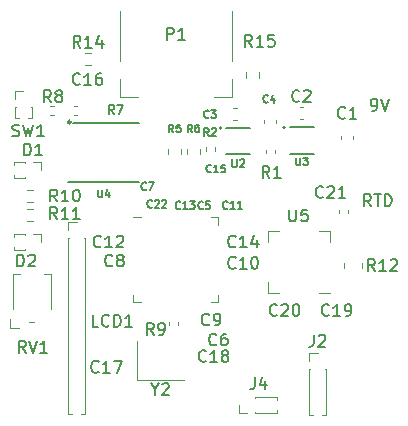
<source format=gbr>
%TF.GenerationSoftware,KiCad,Pcbnew,7.0.1*%
%TF.CreationDate,2024-01-29T14:24:06+02:00*%
%TF.ProjectId,Temp_meter_1.1,54656d70-5f6d-4657-9465-725f312e312e,rev?*%
%TF.SameCoordinates,Original*%
%TF.FileFunction,Legend,Top*%
%TF.FilePolarity,Positive*%
%FSLAX46Y46*%
G04 Gerber Fmt 4.6, Leading zero omitted, Abs format (unit mm)*
G04 Created by KiCad (PCBNEW 7.0.1) date 2024-01-29 14:24:06*
%MOMM*%
%LPD*%
G01*
G04 APERTURE LIST*
%ADD10C,0.150000*%
%ADD11C,0.120000*%
%ADD12C,0.127000*%
%ADD13C,0.250000*%
%ADD14C,0.200000*%
G04 APERTURE END LIST*
D10*
X118385714Y-52577619D02*
X118576190Y-52577619D01*
X118576190Y-52577619D02*
X118671428Y-52530000D01*
X118671428Y-52530000D02*
X118719047Y-52482380D01*
X118719047Y-52482380D02*
X118814285Y-52339523D01*
X118814285Y-52339523D02*
X118861904Y-52149047D01*
X118861904Y-52149047D02*
X118861904Y-51768095D01*
X118861904Y-51768095D02*
X118814285Y-51672857D01*
X118814285Y-51672857D02*
X118766666Y-51625238D01*
X118766666Y-51625238D02*
X118671428Y-51577619D01*
X118671428Y-51577619D02*
X118480952Y-51577619D01*
X118480952Y-51577619D02*
X118385714Y-51625238D01*
X118385714Y-51625238D02*
X118338095Y-51672857D01*
X118338095Y-51672857D02*
X118290476Y-51768095D01*
X118290476Y-51768095D02*
X118290476Y-52006190D01*
X118290476Y-52006190D02*
X118338095Y-52101428D01*
X118338095Y-52101428D02*
X118385714Y-52149047D01*
X118385714Y-52149047D02*
X118480952Y-52196666D01*
X118480952Y-52196666D02*
X118671428Y-52196666D01*
X118671428Y-52196666D02*
X118766666Y-52149047D01*
X118766666Y-52149047D02*
X118814285Y-52101428D01*
X118814285Y-52101428D02*
X118861904Y-52006190D01*
X119147619Y-51577619D02*
X119480952Y-52577619D01*
X119480952Y-52577619D02*
X119814285Y-51577619D01*
X118309523Y-60677619D02*
X117976190Y-60201428D01*
X117738095Y-60677619D02*
X117738095Y-59677619D01*
X117738095Y-59677619D02*
X118119047Y-59677619D01*
X118119047Y-59677619D02*
X118214285Y-59725238D01*
X118214285Y-59725238D02*
X118261904Y-59772857D01*
X118261904Y-59772857D02*
X118309523Y-59868095D01*
X118309523Y-59868095D02*
X118309523Y-60010952D01*
X118309523Y-60010952D02*
X118261904Y-60106190D01*
X118261904Y-60106190D02*
X118214285Y-60153809D01*
X118214285Y-60153809D02*
X118119047Y-60201428D01*
X118119047Y-60201428D02*
X117738095Y-60201428D01*
X118595238Y-59677619D02*
X119166666Y-59677619D01*
X118880952Y-60677619D02*
X118880952Y-59677619D01*
X119500000Y-60677619D02*
X119500000Y-59677619D01*
X119500000Y-59677619D02*
X119738095Y-59677619D01*
X119738095Y-59677619D02*
X119880952Y-59725238D01*
X119880952Y-59725238D02*
X119976190Y-59820476D01*
X119976190Y-59820476D02*
X120023809Y-59915714D01*
X120023809Y-59915714D02*
X120071428Y-60106190D01*
X120071428Y-60106190D02*
X120071428Y-60249047D01*
X120071428Y-60249047D02*
X120023809Y-60439523D01*
X120023809Y-60439523D02*
X119976190Y-60534761D01*
X119976190Y-60534761D02*
X119880952Y-60630000D01*
X119880952Y-60630000D02*
X119738095Y-60677619D01*
X119738095Y-60677619D02*
X119500000Y-60677619D01*
%TO.C,C3*%
X104593333Y-53135123D02*
X104562857Y-53165600D01*
X104562857Y-53165600D02*
X104471428Y-53196076D01*
X104471428Y-53196076D02*
X104410476Y-53196076D01*
X104410476Y-53196076D02*
X104319047Y-53165600D01*
X104319047Y-53165600D02*
X104258095Y-53104647D01*
X104258095Y-53104647D02*
X104227618Y-53043695D01*
X104227618Y-53043695D02*
X104197142Y-52921790D01*
X104197142Y-52921790D02*
X104197142Y-52830361D01*
X104197142Y-52830361D02*
X104227618Y-52708457D01*
X104227618Y-52708457D02*
X104258095Y-52647504D01*
X104258095Y-52647504D02*
X104319047Y-52586552D01*
X104319047Y-52586552D02*
X104410476Y-52556076D01*
X104410476Y-52556076D02*
X104471428Y-52556076D01*
X104471428Y-52556076D02*
X104562857Y-52586552D01*
X104562857Y-52586552D02*
X104593333Y-52617028D01*
X104806666Y-52556076D02*
X105202857Y-52556076D01*
X105202857Y-52556076D02*
X104989523Y-52799885D01*
X104989523Y-52799885D02*
X105080952Y-52799885D01*
X105080952Y-52799885D02*
X105141904Y-52830361D01*
X105141904Y-52830361D02*
X105172380Y-52860838D01*
X105172380Y-52860838D02*
X105202857Y-52921790D01*
X105202857Y-52921790D02*
X105202857Y-53074171D01*
X105202857Y-53074171D02*
X105172380Y-53135123D01*
X105172380Y-53135123D02*
X105141904Y-53165600D01*
X105141904Y-53165600D02*
X105080952Y-53196076D01*
X105080952Y-53196076D02*
X104898095Y-53196076D01*
X104898095Y-53196076D02*
X104837142Y-53165600D01*
X104837142Y-53165600D02*
X104806666Y-53135123D01*
%TO.C,C7*%
X99293333Y-59235123D02*
X99262857Y-59265600D01*
X99262857Y-59265600D02*
X99171428Y-59296076D01*
X99171428Y-59296076D02*
X99110476Y-59296076D01*
X99110476Y-59296076D02*
X99019047Y-59265600D01*
X99019047Y-59265600D02*
X98958095Y-59204647D01*
X98958095Y-59204647D02*
X98927618Y-59143695D01*
X98927618Y-59143695D02*
X98897142Y-59021790D01*
X98897142Y-59021790D02*
X98897142Y-58930361D01*
X98897142Y-58930361D02*
X98927618Y-58808457D01*
X98927618Y-58808457D02*
X98958095Y-58747504D01*
X98958095Y-58747504D02*
X99019047Y-58686552D01*
X99019047Y-58686552D02*
X99110476Y-58656076D01*
X99110476Y-58656076D02*
X99171428Y-58656076D01*
X99171428Y-58656076D02*
X99262857Y-58686552D01*
X99262857Y-58686552D02*
X99293333Y-58717028D01*
X99506666Y-58656076D02*
X99933333Y-58656076D01*
X99933333Y-58656076D02*
X99659047Y-59296076D01*
%TO.C,R5*%
X101593333Y-54396076D02*
X101379999Y-54091314D01*
X101227618Y-54396076D02*
X101227618Y-53756076D01*
X101227618Y-53756076D02*
X101471428Y-53756076D01*
X101471428Y-53756076D02*
X101532380Y-53786552D01*
X101532380Y-53786552D02*
X101562857Y-53817028D01*
X101562857Y-53817028D02*
X101593333Y-53877980D01*
X101593333Y-53877980D02*
X101593333Y-53969409D01*
X101593333Y-53969409D02*
X101562857Y-54030361D01*
X101562857Y-54030361D02*
X101532380Y-54060838D01*
X101532380Y-54060838D02*
X101471428Y-54091314D01*
X101471428Y-54091314D02*
X101227618Y-54091314D01*
X102172380Y-53756076D02*
X101867618Y-53756076D01*
X101867618Y-53756076D02*
X101837142Y-54060838D01*
X101837142Y-54060838D02*
X101867618Y-54030361D01*
X101867618Y-54030361D02*
X101928571Y-53999885D01*
X101928571Y-53999885D02*
X102080952Y-53999885D01*
X102080952Y-53999885D02*
X102141904Y-54030361D01*
X102141904Y-54030361D02*
X102172380Y-54060838D01*
X102172380Y-54060838D02*
X102202857Y-54121790D01*
X102202857Y-54121790D02*
X102202857Y-54274171D01*
X102202857Y-54274171D02*
X102172380Y-54335123D01*
X102172380Y-54335123D02*
X102141904Y-54365600D01*
X102141904Y-54365600D02*
X102080952Y-54396076D01*
X102080952Y-54396076D02*
X101928571Y-54396076D01*
X101928571Y-54396076D02*
X101867618Y-54365600D01*
X101867618Y-54365600D02*
X101837142Y-54335123D01*
%TO.C,R9*%
X99933333Y-71562619D02*
X99600000Y-71086428D01*
X99361905Y-71562619D02*
X99361905Y-70562619D01*
X99361905Y-70562619D02*
X99742857Y-70562619D01*
X99742857Y-70562619D02*
X99838095Y-70610238D01*
X99838095Y-70610238D02*
X99885714Y-70657857D01*
X99885714Y-70657857D02*
X99933333Y-70753095D01*
X99933333Y-70753095D02*
X99933333Y-70895952D01*
X99933333Y-70895952D02*
X99885714Y-70991190D01*
X99885714Y-70991190D02*
X99838095Y-71038809D01*
X99838095Y-71038809D02*
X99742857Y-71086428D01*
X99742857Y-71086428D02*
X99361905Y-71086428D01*
X100409524Y-71562619D02*
X100600000Y-71562619D01*
X100600000Y-71562619D02*
X100695238Y-71515000D01*
X100695238Y-71515000D02*
X100742857Y-71467380D01*
X100742857Y-71467380D02*
X100838095Y-71324523D01*
X100838095Y-71324523D02*
X100885714Y-71134047D01*
X100885714Y-71134047D02*
X100885714Y-70753095D01*
X100885714Y-70753095D02*
X100838095Y-70657857D01*
X100838095Y-70657857D02*
X100790476Y-70610238D01*
X100790476Y-70610238D02*
X100695238Y-70562619D01*
X100695238Y-70562619D02*
X100504762Y-70562619D01*
X100504762Y-70562619D02*
X100409524Y-70610238D01*
X100409524Y-70610238D02*
X100361905Y-70657857D01*
X100361905Y-70657857D02*
X100314286Y-70753095D01*
X100314286Y-70753095D02*
X100314286Y-70991190D01*
X100314286Y-70991190D02*
X100361905Y-71086428D01*
X100361905Y-71086428D02*
X100409524Y-71134047D01*
X100409524Y-71134047D02*
X100504762Y-71181666D01*
X100504762Y-71181666D02*
X100695238Y-71181666D01*
X100695238Y-71181666D02*
X100790476Y-71134047D01*
X100790476Y-71134047D02*
X100838095Y-71086428D01*
X100838095Y-71086428D02*
X100885714Y-70991190D01*
%TO.C,J2*%
X113466666Y-71562619D02*
X113466666Y-72276904D01*
X113466666Y-72276904D02*
X113419047Y-72419761D01*
X113419047Y-72419761D02*
X113323809Y-72515000D01*
X113323809Y-72515000D02*
X113180952Y-72562619D01*
X113180952Y-72562619D02*
X113085714Y-72562619D01*
X113895238Y-71657857D02*
X113942857Y-71610238D01*
X113942857Y-71610238D02*
X114038095Y-71562619D01*
X114038095Y-71562619D02*
X114276190Y-71562619D01*
X114276190Y-71562619D02*
X114371428Y-71610238D01*
X114371428Y-71610238D02*
X114419047Y-71657857D01*
X114419047Y-71657857D02*
X114466666Y-71753095D01*
X114466666Y-71753095D02*
X114466666Y-71848333D01*
X114466666Y-71848333D02*
X114419047Y-71991190D01*
X114419047Y-71991190D02*
X113847619Y-72562619D01*
X113847619Y-72562619D02*
X114466666Y-72562619D01*
%TO.C,C5*%
X104093333Y-60835123D02*
X104062857Y-60865600D01*
X104062857Y-60865600D02*
X103971428Y-60896076D01*
X103971428Y-60896076D02*
X103910476Y-60896076D01*
X103910476Y-60896076D02*
X103819047Y-60865600D01*
X103819047Y-60865600D02*
X103758095Y-60804647D01*
X103758095Y-60804647D02*
X103727618Y-60743695D01*
X103727618Y-60743695D02*
X103697142Y-60621790D01*
X103697142Y-60621790D02*
X103697142Y-60530361D01*
X103697142Y-60530361D02*
X103727618Y-60408457D01*
X103727618Y-60408457D02*
X103758095Y-60347504D01*
X103758095Y-60347504D02*
X103819047Y-60286552D01*
X103819047Y-60286552D02*
X103910476Y-60256076D01*
X103910476Y-60256076D02*
X103971428Y-60256076D01*
X103971428Y-60256076D02*
X104062857Y-60286552D01*
X104062857Y-60286552D02*
X104093333Y-60317028D01*
X104672380Y-60256076D02*
X104367618Y-60256076D01*
X104367618Y-60256076D02*
X104337142Y-60560838D01*
X104337142Y-60560838D02*
X104367618Y-60530361D01*
X104367618Y-60530361D02*
X104428571Y-60499885D01*
X104428571Y-60499885D02*
X104580952Y-60499885D01*
X104580952Y-60499885D02*
X104641904Y-60530361D01*
X104641904Y-60530361D02*
X104672380Y-60560838D01*
X104672380Y-60560838D02*
X104702857Y-60621790D01*
X104702857Y-60621790D02*
X104702857Y-60774171D01*
X104702857Y-60774171D02*
X104672380Y-60835123D01*
X104672380Y-60835123D02*
X104641904Y-60865600D01*
X104641904Y-60865600D02*
X104580952Y-60896076D01*
X104580952Y-60896076D02*
X104428571Y-60896076D01*
X104428571Y-60896076D02*
X104367618Y-60865600D01*
X104367618Y-60865600D02*
X104337142Y-60835123D01*
%TO.C,C2*%
X112258333Y-51737380D02*
X112210714Y-51785000D01*
X112210714Y-51785000D02*
X112067857Y-51832619D01*
X112067857Y-51832619D02*
X111972619Y-51832619D01*
X111972619Y-51832619D02*
X111829762Y-51785000D01*
X111829762Y-51785000D02*
X111734524Y-51689761D01*
X111734524Y-51689761D02*
X111686905Y-51594523D01*
X111686905Y-51594523D02*
X111639286Y-51404047D01*
X111639286Y-51404047D02*
X111639286Y-51261190D01*
X111639286Y-51261190D02*
X111686905Y-51070714D01*
X111686905Y-51070714D02*
X111734524Y-50975476D01*
X111734524Y-50975476D02*
X111829762Y-50880238D01*
X111829762Y-50880238D02*
X111972619Y-50832619D01*
X111972619Y-50832619D02*
X112067857Y-50832619D01*
X112067857Y-50832619D02*
X112210714Y-50880238D01*
X112210714Y-50880238D02*
X112258333Y-50927857D01*
X112639286Y-50927857D02*
X112686905Y-50880238D01*
X112686905Y-50880238D02*
X112782143Y-50832619D01*
X112782143Y-50832619D02*
X113020238Y-50832619D01*
X113020238Y-50832619D02*
X113115476Y-50880238D01*
X113115476Y-50880238D02*
X113163095Y-50927857D01*
X113163095Y-50927857D02*
X113210714Y-51023095D01*
X113210714Y-51023095D02*
X113210714Y-51118333D01*
X113210714Y-51118333D02*
X113163095Y-51261190D01*
X113163095Y-51261190D02*
X112591667Y-51832619D01*
X112591667Y-51832619D02*
X113210714Y-51832619D01*
%TO.C,C8*%
X96433333Y-65667380D02*
X96385714Y-65715000D01*
X96385714Y-65715000D02*
X96242857Y-65762619D01*
X96242857Y-65762619D02*
X96147619Y-65762619D01*
X96147619Y-65762619D02*
X96004762Y-65715000D01*
X96004762Y-65715000D02*
X95909524Y-65619761D01*
X95909524Y-65619761D02*
X95861905Y-65524523D01*
X95861905Y-65524523D02*
X95814286Y-65334047D01*
X95814286Y-65334047D02*
X95814286Y-65191190D01*
X95814286Y-65191190D02*
X95861905Y-65000714D01*
X95861905Y-65000714D02*
X95909524Y-64905476D01*
X95909524Y-64905476D02*
X96004762Y-64810238D01*
X96004762Y-64810238D02*
X96147619Y-64762619D01*
X96147619Y-64762619D02*
X96242857Y-64762619D01*
X96242857Y-64762619D02*
X96385714Y-64810238D01*
X96385714Y-64810238D02*
X96433333Y-64857857D01*
X97004762Y-65191190D02*
X96909524Y-65143571D01*
X96909524Y-65143571D02*
X96861905Y-65095952D01*
X96861905Y-65095952D02*
X96814286Y-65000714D01*
X96814286Y-65000714D02*
X96814286Y-64953095D01*
X96814286Y-64953095D02*
X96861905Y-64857857D01*
X96861905Y-64857857D02*
X96909524Y-64810238D01*
X96909524Y-64810238D02*
X97004762Y-64762619D01*
X97004762Y-64762619D02*
X97195238Y-64762619D01*
X97195238Y-64762619D02*
X97290476Y-64810238D01*
X97290476Y-64810238D02*
X97338095Y-64857857D01*
X97338095Y-64857857D02*
X97385714Y-64953095D01*
X97385714Y-64953095D02*
X97385714Y-65000714D01*
X97385714Y-65000714D02*
X97338095Y-65095952D01*
X97338095Y-65095952D02*
X97290476Y-65143571D01*
X97290476Y-65143571D02*
X97195238Y-65191190D01*
X97195238Y-65191190D02*
X97004762Y-65191190D01*
X97004762Y-65191190D02*
X96909524Y-65238809D01*
X96909524Y-65238809D02*
X96861905Y-65286428D01*
X96861905Y-65286428D02*
X96814286Y-65381666D01*
X96814286Y-65381666D02*
X96814286Y-65572142D01*
X96814286Y-65572142D02*
X96861905Y-65667380D01*
X96861905Y-65667380D02*
X96909524Y-65715000D01*
X96909524Y-65715000D02*
X97004762Y-65762619D01*
X97004762Y-65762619D02*
X97195238Y-65762619D01*
X97195238Y-65762619D02*
X97290476Y-65715000D01*
X97290476Y-65715000D02*
X97338095Y-65667380D01*
X97338095Y-65667380D02*
X97385714Y-65572142D01*
X97385714Y-65572142D02*
X97385714Y-65381666D01*
X97385714Y-65381666D02*
X97338095Y-65286428D01*
X97338095Y-65286428D02*
X97290476Y-65238809D01*
X97290476Y-65238809D02*
X97195238Y-65191190D01*
%TO.C,C15*%
X104788571Y-57735123D02*
X104758095Y-57765600D01*
X104758095Y-57765600D02*
X104666666Y-57796076D01*
X104666666Y-57796076D02*
X104605714Y-57796076D01*
X104605714Y-57796076D02*
X104514285Y-57765600D01*
X104514285Y-57765600D02*
X104453333Y-57704647D01*
X104453333Y-57704647D02*
X104422856Y-57643695D01*
X104422856Y-57643695D02*
X104392380Y-57521790D01*
X104392380Y-57521790D02*
X104392380Y-57430361D01*
X104392380Y-57430361D02*
X104422856Y-57308457D01*
X104422856Y-57308457D02*
X104453333Y-57247504D01*
X104453333Y-57247504D02*
X104514285Y-57186552D01*
X104514285Y-57186552D02*
X104605714Y-57156076D01*
X104605714Y-57156076D02*
X104666666Y-57156076D01*
X104666666Y-57156076D02*
X104758095Y-57186552D01*
X104758095Y-57186552D02*
X104788571Y-57217028D01*
X105398095Y-57796076D02*
X105032380Y-57796076D01*
X105215237Y-57796076D02*
X105215237Y-57156076D01*
X105215237Y-57156076D02*
X105154285Y-57247504D01*
X105154285Y-57247504D02*
X105093333Y-57308457D01*
X105093333Y-57308457D02*
X105032380Y-57338933D01*
X105977142Y-57156076D02*
X105672380Y-57156076D01*
X105672380Y-57156076D02*
X105641904Y-57460838D01*
X105641904Y-57460838D02*
X105672380Y-57430361D01*
X105672380Y-57430361D02*
X105733333Y-57399885D01*
X105733333Y-57399885D02*
X105885714Y-57399885D01*
X105885714Y-57399885D02*
X105946666Y-57430361D01*
X105946666Y-57430361D02*
X105977142Y-57460838D01*
X105977142Y-57460838D02*
X106007619Y-57521790D01*
X106007619Y-57521790D02*
X106007619Y-57674171D01*
X106007619Y-57674171D02*
X105977142Y-57735123D01*
X105977142Y-57735123D02*
X105946666Y-57765600D01*
X105946666Y-57765600D02*
X105885714Y-57796076D01*
X105885714Y-57796076D02*
X105733333Y-57796076D01*
X105733333Y-57796076D02*
X105672380Y-57765600D01*
X105672380Y-57765600D02*
X105641904Y-57735123D01*
%TO.C,R11*%
X91757142Y-61762619D02*
X91423809Y-61286428D01*
X91185714Y-61762619D02*
X91185714Y-60762619D01*
X91185714Y-60762619D02*
X91566666Y-60762619D01*
X91566666Y-60762619D02*
X91661904Y-60810238D01*
X91661904Y-60810238D02*
X91709523Y-60857857D01*
X91709523Y-60857857D02*
X91757142Y-60953095D01*
X91757142Y-60953095D02*
X91757142Y-61095952D01*
X91757142Y-61095952D02*
X91709523Y-61191190D01*
X91709523Y-61191190D02*
X91661904Y-61238809D01*
X91661904Y-61238809D02*
X91566666Y-61286428D01*
X91566666Y-61286428D02*
X91185714Y-61286428D01*
X92709523Y-61762619D02*
X92138095Y-61762619D01*
X92423809Y-61762619D02*
X92423809Y-60762619D01*
X92423809Y-60762619D02*
X92328571Y-60905476D01*
X92328571Y-60905476D02*
X92233333Y-61000714D01*
X92233333Y-61000714D02*
X92138095Y-61048333D01*
X93661904Y-61762619D02*
X93090476Y-61762619D01*
X93376190Y-61762619D02*
X93376190Y-60762619D01*
X93376190Y-60762619D02*
X93280952Y-60905476D01*
X93280952Y-60905476D02*
X93185714Y-61000714D01*
X93185714Y-61000714D02*
X93090476Y-61048333D01*
%TO.C,D1*%
X88961905Y-56362619D02*
X88961905Y-55362619D01*
X88961905Y-55362619D02*
X89200000Y-55362619D01*
X89200000Y-55362619D02*
X89342857Y-55410238D01*
X89342857Y-55410238D02*
X89438095Y-55505476D01*
X89438095Y-55505476D02*
X89485714Y-55600714D01*
X89485714Y-55600714D02*
X89533333Y-55791190D01*
X89533333Y-55791190D02*
X89533333Y-55934047D01*
X89533333Y-55934047D02*
X89485714Y-56124523D01*
X89485714Y-56124523D02*
X89438095Y-56219761D01*
X89438095Y-56219761D02*
X89342857Y-56315000D01*
X89342857Y-56315000D02*
X89200000Y-56362619D01*
X89200000Y-56362619D02*
X88961905Y-56362619D01*
X90485714Y-56362619D02*
X89914286Y-56362619D01*
X90200000Y-56362619D02*
X90200000Y-55362619D01*
X90200000Y-55362619D02*
X90104762Y-55505476D01*
X90104762Y-55505476D02*
X90009524Y-55600714D01*
X90009524Y-55600714D02*
X89914286Y-55648333D01*
%TO.C,R14*%
X93732142Y-47232619D02*
X93398809Y-46756428D01*
X93160714Y-47232619D02*
X93160714Y-46232619D01*
X93160714Y-46232619D02*
X93541666Y-46232619D01*
X93541666Y-46232619D02*
X93636904Y-46280238D01*
X93636904Y-46280238D02*
X93684523Y-46327857D01*
X93684523Y-46327857D02*
X93732142Y-46423095D01*
X93732142Y-46423095D02*
X93732142Y-46565952D01*
X93732142Y-46565952D02*
X93684523Y-46661190D01*
X93684523Y-46661190D02*
X93636904Y-46708809D01*
X93636904Y-46708809D02*
X93541666Y-46756428D01*
X93541666Y-46756428D02*
X93160714Y-46756428D01*
X94684523Y-47232619D02*
X94113095Y-47232619D01*
X94398809Y-47232619D02*
X94398809Y-46232619D01*
X94398809Y-46232619D02*
X94303571Y-46375476D01*
X94303571Y-46375476D02*
X94208333Y-46470714D01*
X94208333Y-46470714D02*
X94113095Y-46518333D01*
X95541666Y-46565952D02*
X95541666Y-47232619D01*
X95303571Y-46185000D02*
X95065476Y-46899285D01*
X95065476Y-46899285D02*
X95684523Y-46899285D01*
%TO.C,R7*%
X96566667Y-52870095D02*
X96300000Y-52489142D01*
X96109524Y-52870095D02*
X96109524Y-52070095D01*
X96109524Y-52070095D02*
X96414286Y-52070095D01*
X96414286Y-52070095D02*
X96490476Y-52108190D01*
X96490476Y-52108190D02*
X96528571Y-52146285D01*
X96528571Y-52146285D02*
X96566667Y-52222476D01*
X96566667Y-52222476D02*
X96566667Y-52336761D01*
X96566667Y-52336761D02*
X96528571Y-52412952D01*
X96528571Y-52412952D02*
X96490476Y-52451047D01*
X96490476Y-52451047D02*
X96414286Y-52489142D01*
X96414286Y-52489142D02*
X96109524Y-52489142D01*
X96833333Y-52070095D02*
X97366667Y-52070095D01*
X97366667Y-52070095D02*
X97023809Y-52870095D01*
%TO.C,R15*%
X108257142Y-47162619D02*
X107923809Y-46686428D01*
X107685714Y-47162619D02*
X107685714Y-46162619D01*
X107685714Y-46162619D02*
X108066666Y-46162619D01*
X108066666Y-46162619D02*
X108161904Y-46210238D01*
X108161904Y-46210238D02*
X108209523Y-46257857D01*
X108209523Y-46257857D02*
X108257142Y-46353095D01*
X108257142Y-46353095D02*
X108257142Y-46495952D01*
X108257142Y-46495952D02*
X108209523Y-46591190D01*
X108209523Y-46591190D02*
X108161904Y-46638809D01*
X108161904Y-46638809D02*
X108066666Y-46686428D01*
X108066666Y-46686428D02*
X107685714Y-46686428D01*
X109209523Y-47162619D02*
X108638095Y-47162619D01*
X108923809Y-47162619D02*
X108923809Y-46162619D01*
X108923809Y-46162619D02*
X108828571Y-46305476D01*
X108828571Y-46305476D02*
X108733333Y-46400714D01*
X108733333Y-46400714D02*
X108638095Y-46448333D01*
X110114285Y-46162619D02*
X109638095Y-46162619D01*
X109638095Y-46162619D02*
X109590476Y-46638809D01*
X109590476Y-46638809D02*
X109638095Y-46591190D01*
X109638095Y-46591190D02*
X109733333Y-46543571D01*
X109733333Y-46543571D02*
X109971428Y-46543571D01*
X109971428Y-46543571D02*
X110066666Y-46591190D01*
X110066666Y-46591190D02*
X110114285Y-46638809D01*
X110114285Y-46638809D02*
X110161904Y-46734047D01*
X110161904Y-46734047D02*
X110161904Y-46972142D01*
X110161904Y-46972142D02*
X110114285Y-47067380D01*
X110114285Y-47067380D02*
X110066666Y-47115000D01*
X110066666Y-47115000D02*
X109971428Y-47162619D01*
X109971428Y-47162619D02*
X109733333Y-47162619D01*
X109733333Y-47162619D02*
X109638095Y-47115000D01*
X109638095Y-47115000D02*
X109590476Y-47067380D01*
%TO.C,C1*%
X116133333Y-53167380D02*
X116085714Y-53215000D01*
X116085714Y-53215000D02*
X115942857Y-53262619D01*
X115942857Y-53262619D02*
X115847619Y-53262619D01*
X115847619Y-53262619D02*
X115704762Y-53215000D01*
X115704762Y-53215000D02*
X115609524Y-53119761D01*
X115609524Y-53119761D02*
X115561905Y-53024523D01*
X115561905Y-53024523D02*
X115514286Y-52834047D01*
X115514286Y-52834047D02*
X115514286Y-52691190D01*
X115514286Y-52691190D02*
X115561905Y-52500714D01*
X115561905Y-52500714D02*
X115609524Y-52405476D01*
X115609524Y-52405476D02*
X115704762Y-52310238D01*
X115704762Y-52310238D02*
X115847619Y-52262619D01*
X115847619Y-52262619D02*
X115942857Y-52262619D01*
X115942857Y-52262619D02*
X116085714Y-52310238D01*
X116085714Y-52310238D02*
X116133333Y-52357857D01*
X117085714Y-53262619D02*
X116514286Y-53262619D01*
X116800000Y-53262619D02*
X116800000Y-52262619D01*
X116800000Y-52262619D02*
X116704762Y-52405476D01*
X116704762Y-52405476D02*
X116609524Y-52500714D01*
X116609524Y-52500714D02*
X116514286Y-52548333D01*
%TO.C,C17*%
X95257142Y-74667380D02*
X95209523Y-74715000D01*
X95209523Y-74715000D02*
X95066666Y-74762619D01*
X95066666Y-74762619D02*
X94971428Y-74762619D01*
X94971428Y-74762619D02*
X94828571Y-74715000D01*
X94828571Y-74715000D02*
X94733333Y-74619761D01*
X94733333Y-74619761D02*
X94685714Y-74524523D01*
X94685714Y-74524523D02*
X94638095Y-74334047D01*
X94638095Y-74334047D02*
X94638095Y-74191190D01*
X94638095Y-74191190D02*
X94685714Y-74000714D01*
X94685714Y-74000714D02*
X94733333Y-73905476D01*
X94733333Y-73905476D02*
X94828571Y-73810238D01*
X94828571Y-73810238D02*
X94971428Y-73762619D01*
X94971428Y-73762619D02*
X95066666Y-73762619D01*
X95066666Y-73762619D02*
X95209523Y-73810238D01*
X95209523Y-73810238D02*
X95257142Y-73857857D01*
X96209523Y-74762619D02*
X95638095Y-74762619D01*
X95923809Y-74762619D02*
X95923809Y-73762619D01*
X95923809Y-73762619D02*
X95828571Y-73905476D01*
X95828571Y-73905476D02*
X95733333Y-74000714D01*
X95733333Y-74000714D02*
X95638095Y-74048333D01*
X96542857Y-73762619D02*
X97209523Y-73762619D01*
X97209523Y-73762619D02*
X96780952Y-74762619D01*
%TO.C,U5*%
X111410595Y-60962619D02*
X111410595Y-61772142D01*
X111410595Y-61772142D02*
X111458214Y-61867380D01*
X111458214Y-61867380D02*
X111505833Y-61915000D01*
X111505833Y-61915000D02*
X111601071Y-61962619D01*
X111601071Y-61962619D02*
X111791547Y-61962619D01*
X111791547Y-61962619D02*
X111886785Y-61915000D01*
X111886785Y-61915000D02*
X111934404Y-61867380D01*
X111934404Y-61867380D02*
X111982023Y-61772142D01*
X111982023Y-61772142D02*
X111982023Y-60962619D01*
X112934404Y-60962619D02*
X112458214Y-60962619D01*
X112458214Y-60962619D02*
X112410595Y-61438809D01*
X112410595Y-61438809D02*
X112458214Y-61391190D01*
X112458214Y-61391190D02*
X112553452Y-61343571D01*
X112553452Y-61343571D02*
X112791547Y-61343571D01*
X112791547Y-61343571D02*
X112886785Y-61391190D01*
X112886785Y-61391190D02*
X112934404Y-61438809D01*
X112934404Y-61438809D02*
X112982023Y-61534047D01*
X112982023Y-61534047D02*
X112982023Y-61772142D01*
X112982023Y-61772142D02*
X112934404Y-61867380D01*
X112934404Y-61867380D02*
X112886785Y-61915000D01*
X112886785Y-61915000D02*
X112791547Y-61962619D01*
X112791547Y-61962619D02*
X112553452Y-61962619D01*
X112553452Y-61962619D02*
X112458214Y-61915000D01*
X112458214Y-61915000D02*
X112410595Y-61867380D01*
%TO.C,C20*%
X110357142Y-69867380D02*
X110309523Y-69915000D01*
X110309523Y-69915000D02*
X110166666Y-69962619D01*
X110166666Y-69962619D02*
X110071428Y-69962619D01*
X110071428Y-69962619D02*
X109928571Y-69915000D01*
X109928571Y-69915000D02*
X109833333Y-69819761D01*
X109833333Y-69819761D02*
X109785714Y-69724523D01*
X109785714Y-69724523D02*
X109738095Y-69534047D01*
X109738095Y-69534047D02*
X109738095Y-69391190D01*
X109738095Y-69391190D02*
X109785714Y-69200714D01*
X109785714Y-69200714D02*
X109833333Y-69105476D01*
X109833333Y-69105476D02*
X109928571Y-69010238D01*
X109928571Y-69010238D02*
X110071428Y-68962619D01*
X110071428Y-68962619D02*
X110166666Y-68962619D01*
X110166666Y-68962619D02*
X110309523Y-69010238D01*
X110309523Y-69010238D02*
X110357142Y-69057857D01*
X110738095Y-69057857D02*
X110785714Y-69010238D01*
X110785714Y-69010238D02*
X110880952Y-68962619D01*
X110880952Y-68962619D02*
X111119047Y-68962619D01*
X111119047Y-68962619D02*
X111214285Y-69010238D01*
X111214285Y-69010238D02*
X111261904Y-69057857D01*
X111261904Y-69057857D02*
X111309523Y-69153095D01*
X111309523Y-69153095D02*
X111309523Y-69248333D01*
X111309523Y-69248333D02*
X111261904Y-69391190D01*
X111261904Y-69391190D02*
X110690476Y-69962619D01*
X110690476Y-69962619D02*
X111309523Y-69962619D01*
X111928571Y-68962619D02*
X112023809Y-68962619D01*
X112023809Y-68962619D02*
X112119047Y-69010238D01*
X112119047Y-69010238D02*
X112166666Y-69057857D01*
X112166666Y-69057857D02*
X112214285Y-69153095D01*
X112214285Y-69153095D02*
X112261904Y-69343571D01*
X112261904Y-69343571D02*
X112261904Y-69581666D01*
X112261904Y-69581666D02*
X112214285Y-69772142D01*
X112214285Y-69772142D02*
X112166666Y-69867380D01*
X112166666Y-69867380D02*
X112119047Y-69915000D01*
X112119047Y-69915000D02*
X112023809Y-69962619D01*
X112023809Y-69962619D02*
X111928571Y-69962619D01*
X111928571Y-69962619D02*
X111833333Y-69915000D01*
X111833333Y-69915000D02*
X111785714Y-69867380D01*
X111785714Y-69867380D02*
X111738095Y-69772142D01*
X111738095Y-69772142D02*
X111690476Y-69581666D01*
X111690476Y-69581666D02*
X111690476Y-69343571D01*
X111690476Y-69343571D02*
X111738095Y-69153095D01*
X111738095Y-69153095D02*
X111785714Y-69057857D01*
X111785714Y-69057857D02*
X111833333Y-69010238D01*
X111833333Y-69010238D02*
X111928571Y-68962619D01*
%TO.C,C13*%
X102188571Y-60835123D02*
X102158095Y-60865600D01*
X102158095Y-60865600D02*
X102066666Y-60896076D01*
X102066666Y-60896076D02*
X102005714Y-60896076D01*
X102005714Y-60896076D02*
X101914285Y-60865600D01*
X101914285Y-60865600D02*
X101853333Y-60804647D01*
X101853333Y-60804647D02*
X101822856Y-60743695D01*
X101822856Y-60743695D02*
X101792380Y-60621790D01*
X101792380Y-60621790D02*
X101792380Y-60530361D01*
X101792380Y-60530361D02*
X101822856Y-60408457D01*
X101822856Y-60408457D02*
X101853333Y-60347504D01*
X101853333Y-60347504D02*
X101914285Y-60286552D01*
X101914285Y-60286552D02*
X102005714Y-60256076D01*
X102005714Y-60256076D02*
X102066666Y-60256076D01*
X102066666Y-60256076D02*
X102158095Y-60286552D01*
X102158095Y-60286552D02*
X102188571Y-60317028D01*
X102798095Y-60896076D02*
X102432380Y-60896076D01*
X102615237Y-60896076D02*
X102615237Y-60256076D01*
X102615237Y-60256076D02*
X102554285Y-60347504D01*
X102554285Y-60347504D02*
X102493333Y-60408457D01*
X102493333Y-60408457D02*
X102432380Y-60438933D01*
X103011428Y-60256076D02*
X103407619Y-60256076D01*
X103407619Y-60256076D02*
X103194285Y-60499885D01*
X103194285Y-60499885D02*
X103285714Y-60499885D01*
X103285714Y-60499885D02*
X103346666Y-60530361D01*
X103346666Y-60530361D02*
X103377142Y-60560838D01*
X103377142Y-60560838D02*
X103407619Y-60621790D01*
X103407619Y-60621790D02*
X103407619Y-60774171D01*
X103407619Y-60774171D02*
X103377142Y-60835123D01*
X103377142Y-60835123D02*
X103346666Y-60865600D01*
X103346666Y-60865600D02*
X103285714Y-60896076D01*
X103285714Y-60896076D02*
X103102857Y-60896076D01*
X103102857Y-60896076D02*
X103041904Y-60865600D01*
X103041904Y-60865600D02*
X103011428Y-60835123D01*
%TO.C,C22*%
X99788571Y-60735123D02*
X99758095Y-60765600D01*
X99758095Y-60765600D02*
X99666666Y-60796076D01*
X99666666Y-60796076D02*
X99605714Y-60796076D01*
X99605714Y-60796076D02*
X99514285Y-60765600D01*
X99514285Y-60765600D02*
X99453333Y-60704647D01*
X99453333Y-60704647D02*
X99422856Y-60643695D01*
X99422856Y-60643695D02*
X99392380Y-60521790D01*
X99392380Y-60521790D02*
X99392380Y-60430361D01*
X99392380Y-60430361D02*
X99422856Y-60308457D01*
X99422856Y-60308457D02*
X99453333Y-60247504D01*
X99453333Y-60247504D02*
X99514285Y-60186552D01*
X99514285Y-60186552D02*
X99605714Y-60156076D01*
X99605714Y-60156076D02*
X99666666Y-60156076D01*
X99666666Y-60156076D02*
X99758095Y-60186552D01*
X99758095Y-60186552D02*
X99788571Y-60217028D01*
X100032380Y-60217028D02*
X100062856Y-60186552D01*
X100062856Y-60186552D02*
X100123809Y-60156076D01*
X100123809Y-60156076D02*
X100276190Y-60156076D01*
X100276190Y-60156076D02*
X100337142Y-60186552D01*
X100337142Y-60186552D02*
X100367618Y-60217028D01*
X100367618Y-60217028D02*
X100398095Y-60277980D01*
X100398095Y-60277980D02*
X100398095Y-60338933D01*
X100398095Y-60338933D02*
X100367618Y-60430361D01*
X100367618Y-60430361D02*
X100001904Y-60796076D01*
X100001904Y-60796076D02*
X100398095Y-60796076D01*
X100641904Y-60217028D02*
X100672380Y-60186552D01*
X100672380Y-60186552D02*
X100733333Y-60156076D01*
X100733333Y-60156076D02*
X100885714Y-60156076D01*
X100885714Y-60156076D02*
X100946666Y-60186552D01*
X100946666Y-60186552D02*
X100977142Y-60217028D01*
X100977142Y-60217028D02*
X101007619Y-60277980D01*
X101007619Y-60277980D02*
X101007619Y-60338933D01*
X101007619Y-60338933D02*
X100977142Y-60430361D01*
X100977142Y-60430361D02*
X100611428Y-60796076D01*
X100611428Y-60796076D02*
X101007619Y-60796076D01*
%TO.C,R1*%
X109733333Y-58262619D02*
X109400000Y-57786428D01*
X109161905Y-58262619D02*
X109161905Y-57262619D01*
X109161905Y-57262619D02*
X109542857Y-57262619D01*
X109542857Y-57262619D02*
X109638095Y-57310238D01*
X109638095Y-57310238D02*
X109685714Y-57357857D01*
X109685714Y-57357857D02*
X109733333Y-57453095D01*
X109733333Y-57453095D02*
X109733333Y-57595952D01*
X109733333Y-57595952D02*
X109685714Y-57691190D01*
X109685714Y-57691190D02*
X109638095Y-57738809D01*
X109638095Y-57738809D02*
X109542857Y-57786428D01*
X109542857Y-57786428D02*
X109161905Y-57786428D01*
X110685714Y-58262619D02*
X110114286Y-58262619D01*
X110400000Y-58262619D02*
X110400000Y-57262619D01*
X110400000Y-57262619D02*
X110304762Y-57405476D01*
X110304762Y-57405476D02*
X110209524Y-57500714D01*
X110209524Y-57500714D02*
X110114286Y-57548333D01*
%TO.C,U4*%
X95212380Y-59256076D02*
X95212380Y-59774171D01*
X95212380Y-59774171D02*
X95242857Y-59835123D01*
X95242857Y-59835123D02*
X95273333Y-59865600D01*
X95273333Y-59865600D02*
X95334285Y-59896076D01*
X95334285Y-59896076D02*
X95456190Y-59896076D01*
X95456190Y-59896076D02*
X95517142Y-59865600D01*
X95517142Y-59865600D02*
X95547619Y-59835123D01*
X95547619Y-59835123D02*
X95578095Y-59774171D01*
X95578095Y-59774171D02*
X95578095Y-59256076D01*
X96157142Y-59469409D02*
X96157142Y-59896076D01*
X96004761Y-59225600D02*
X95852380Y-59682742D01*
X95852380Y-59682742D02*
X96248571Y-59682742D01*
%TO.C,C4*%
X109593333Y-51835123D02*
X109562857Y-51865600D01*
X109562857Y-51865600D02*
X109471428Y-51896076D01*
X109471428Y-51896076D02*
X109410476Y-51896076D01*
X109410476Y-51896076D02*
X109319047Y-51865600D01*
X109319047Y-51865600D02*
X109258095Y-51804647D01*
X109258095Y-51804647D02*
X109227618Y-51743695D01*
X109227618Y-51743695D02*
X109197142Y-51621790D01*
X109197142Y-51621790D02*
X109197142Y-51530361D01*
X109197142Y-51530361D02*
X109227618Y-51408457D01*
X109227618Y-51408457D02*
X109258095Y-51347504D01*
X109258095Y-51347504D02*
X109319047Y-51286552D01*
X109319047Y-51286552D02*
X109410476Y-51256076D01*
X109410476Y-51256076D02*
X109471428Y-51256076D01*
X109471428Y-51256076D02*
X109562857Y-51286552D01*
X109562857Y-51286552D02*
X109593333Y-51317028D01*
X110141904Y-51469409D02*
X110141904Y-51896076D01*
X109989523Y-51225600D02*
X109837142Y-51682742D01*
X109837142Y-51682742D02*
X110233333Y-51682742D01*
%TO.C,LCD1*%
X95233333Y-70862619D02*
X94757143Y-70862619D01*
X94757143Y-70862619D02*
X94757143Y-69862619D01*
X96138095Y-70767380D02*
X96090476Y-70815000D01*
X96090476Y-70815000D02*
X95947619Y-70862619D01*
X95947619Y-70862619D02*
X95852381Y-70862619D01*
X95852381Y-70862619D02*
X95709524Y-70815000D01*
X95709524Y-70815000D02*
X95614286Y-70719761D01*
X95614286Y-70719761D02*
X95566667Y-70624523D01*
X95566667Y-70624523D02*
X95519048Y-70434047D01*
X95519048Y-70434047D02*
X95519048Y-70291190D01*
X95519048Y-70291190D02*
X95566667Y-70100714D01*
X95566667Y-70100714D02*
X95614286Y-70005476D01*
X95614286Y-70005476D02*
X95709524Y-69910238D01*
X95709524Y-69910238D02*
X95852381Y-69862619D01*
X95852381Y-69862619D02*
X95947619Y-69862619D01*
X95947619Y-69862619D02*
X96090476Y-69910238D01*
X96090476Y-69910238D02*
X96138095Y-69957857D01*
X96566667Y-70862619D02*
X96566667Y-69862619D01*
X96566667Y-69862619D02*
X96804762Y-69862619D01*
X96804762Y-69862619D02*
X96947619Y-69910238D01*
X96947619Y-69910238D02*
X97042857Y-70005476D01*
X97042857Y-70005476D02*
X97090476Y-70100714D01*
X97090476Y-70100714D02*
X97138095Y-70291190D01*
X97138095Y-70291190D02*
X97138095Y-70434047D01*
X97138095Y-70434047D02*
X97090476Y-70624523D01*
X97090476Y-70624523D02*
X97042857Y-70719761D01*
X97042857Y-70719761D02*
X96947619Y-70815000D01*
X96947619Y-70815000D02*
X96804762Y-70862619D01*
X96804762Y-70862619D02*
X96566667Y-70862619D01*
X98090476Y-70862619D02*
X97519048Y-70862619D01*
X97804762Y-70862619D02*
X97804762Y-69862619D01*
X97804762Y-69862619D02*
X97709524Y-70005476D01*
X97709524Y-70005476D02*
X97614286Y-70100714D01*
X97614286Y-70100714D02*
X97519048Y-70148333D01*
%TO.C,C11*%
X106188571Y-60835123D02*
X106158095Y-60865600D01*
X106158095Y-60865600D02*
X106066666Y-60896076D01*
X106066666Y-60896076D02*
X106005714Y-60896076D01*
X106005714Y-60896076D02*
X105914285Y-60865600D01*
X105914285Y-60865600D02*
X105853333Y-60804647D01*
X105853333Y-60804647D02*
X105822856Y-60743695D01*
X105822856Y-60743695D02*
X105792380Y-60621790D01*
X105792380Y-60621790D02*
X105792380Y-60530361D01*
X105792380Y-60530361D02*
X105822856Y-60408457D01*
X105822856Y-60408457D02*
X105853333Y-60347504D01*
X105853333Y-60347504D02*
X105914285Y-60286552D01*
X105914285Y-60286552D02*
X106005714Y-60256076D01*
X106005714Y-60256076D02*
X106066666Y-60256076D01*
X106066666Y-60256076D02*
X106158095Y-60286552D01*
X106158095Y-60286552D02*
X106188571Y-60317028D01*
X106798095Y-60896076D02*
X106432380Y-60896076D01*
X106615237Y-60896076D02*
X106615237Y-60256076D01*
X106615237Y-60256076D02*
X106554285Y-60347504D01*
X106554285Y-60347504D02*
X106493333Y-60408457D01*
X106493333Y-60408457D02*
X106432380Y-60438933D01*
X107407619Y-60896076D02*
X107041904Y-60896076D01*
X107224761Y-60896076D02*
X107224761Y-60256076D01*
X107224761Y-60256076D02*
X107163809Y-60347504D01*
X107163809Y-60347504D02*
X107102857Y-60408457D01*
X107102857Y-60408457D02*
X107041904Y-60438933D01*
%TO.C,R12*%
X118657142Y-66162619D02*
X118323809Y-65686428D01*
X118085714Y-66162619D02*
X118085714Y-65162619D01*
X118085714Y-65162619D02*
X118466666Y-65162619D01*
X118466666Y-65162619D02*
X118561904Y-65210238D01*
X118561904Y-65210238D02*
X118609523Y-65257857D01*
X118609523Y-65257857D02*
X118657142Y-65353095D01*
X118657142Y-65353095D02*
X118657142Y-65495952D01*
X118657142Y-65495952D02*
X118609523Y-65591190D01*
X118609523Y-65591190D02*
X118561904Y-65638809D01*
X118561904Y-65638809D02*
X118466666Y-65686428D01*
X118466666Y-65686428D02*
X118085714Y-65686428D01*
X119609523Y-66162619D02*
X119038095Y-66162619D01*
X119323809Y-66162619D02*
X119323809Y-65162619D01*
X119323809Y-65162619D02*
X119228571Y-65305476D01*
X119228571Y-65305476D02*
X119133333Y-65400714D01*
X119133333Y-65400714D02*
X119038095Y-65448333D01*
X119990476Y-65257857D02*
X120038095Y-65210238D01*
X120038095Y-65210238D02*
X120133333Y-65162619D01*
X120133333Y-65162619D02*
X120371428Y-65162619D01*
X120371428Y-65162619D02*
X120466666Y-65210238D01*
X120466666Y-65210238D02*
X120514285Y-65257857D01*
X120514285Y-65257857D02*
X120561904Y-65353095D01*
X120561904Y-65353095D02*
X120561904Y-65448333D01*
X120561904Y-65448333D02*
X120514285Y-65591190D01*
X120514285Y-65591190D02*
X119942857Y-66162619D01*
X119942857Y-66162619D02*
X120561904Y-66162619D01*
%TO.C,C10*%
X106857142Y-65867380D02*
X106809523Y-65915000D01*
X106809523Y-65915000D02*
X106666666Y-65962619D01*
X106666666Y-65962619D02*
X106571428Y-65962619D01*
X106571428Y-65962619D02*
X106428571Y-65915000D01*
X106428571Y-65915000D02*
X106333333Y-65819761D01*
X106333333Y-65819761D02*
X106285714Y-65724523D01*
X106285714Y-65724523D02*
X106238095Y-65534047D01*
X106238095Y-65534047D02*
X106238095Y-65391190D01*
X106238095Y-65391190D02*
X106285714Y-65200714D01*
X106285714Y-65200714D02*
X106333333Y-65105476D01*
X106333333Y-65105476D02*
X106428571Y-65010238D01*
X106428571Y-65010238D02*
X106571428Y-64962619D01*
X106571428Y-64962619D02*
X106666666Y-64962619D01*
X106666666Y-64962619D02*
X106809523Y-65010238D01*
X106809523Y-65010238D02*
X106857142Y-65057857D01*
X107809523Y-65962619D02*
X107238095Y-65962619D01*
X107523809Y-65962619D02*
X107523809Y-64962619D01*
X107523809Y-64962619D02*
X107428571Y-65105476D01*
X107428571Y-65105476D02*
X107333333Y-65200714D01*
X107333333Y-65200714D02*
X107238095Y-65248333D01*
X108428571Y-64962619D02*
X108523809Y-64962619D01*
X108523809Y-64962619D02*
X108619047Y-65010238D01*
X108619047Y-65010238D02*
X108666666Y-65057857D01*
X108666666Y-65057857D02*
X108714285Y-65153095D01*
X108714285Y-65153095D02*
X108761904Y-65343571D01*
X108761904Y-65343571D02*
X108761904Y-65581666D01*
X108761904Y-65581666D02*
X108714285Y-65772142D01*
X108714285Y-65772142D02*
X108666666Y-65867380D01*
X108666666Y-65867380D02*
X108619047Y-65915000D01*
X108619047Y-65915000D02*
X108523809Y-65962619D01*
X108523809Y-65962619D02*
X108428571Y-65962619D01*
X108428571Y-65962619D02*
X108333333Y-65915000D01*
X108333333Y-65915000D02*
X108285714Y-65867380D01*
X108285714Y-65867380D02*
X108238095Y-65772142D01*
X108238095Y-65772142D02*
X108190476Y-65581666D01*
X108190476Y-65581666D02*
X108190476Y-65343571D01*
X108190476Y-65343571D02*
X108238095Y-65153095D01*
X108238095Y-65153095D02*
X108285714Y-65057857D01*
X108285714Y-65057857D02*
X108333333Y-65010238D01*
X108333333Y-65010238D02*
X108428571Y-64962619D01*
%TO.C,P1*%
X101061905Y-46562619D02*
X101061905Y-45562619D01*
X101061905Y-45562619D02*
X101442857Y-45562619D01*
X101442857Y-45562619D02*
X101538095Y-45610238D01*
X101538095Y-45610238D02*
X101585714Y-45657857D01*
X101585714Y-45657857D02*
X101633333Y-45753095D01*
X101633333Y-45753095D02*
X101633333Y-45895952D01*
X101633333Y-45895952D02*
X101585714Y-45991190D01*
X101585714Y-45991190D02*
X101538095Y-46038809D01*
X101538095Y-46038809D02*
X101442857Y-46086428D01*
X101442857Y-46086428D02*
X101061905Y-46086428D01*
X102585714Y-46562619D02*
X102014286Y-46562619D01*
X102300000Y-46562619D02*
X102300000Y-45562619D01*
X102300000Y-45562619D02*
X102204762Y-45705476D01*
X102204762Y-45705476D02*
X102109524Y-45800714D01*
X102109524Y-45800714D02*
X102014286Y-45848333D01*
%TO.C,Y2*%
X100023809Y-76186428D02*
X100023809Y-76662619D01*
X99690476Y-75662619D02*
X100023809Y-76186428D01*
X100023809Y-76186428D02*
X100357142Y-75662619D01*
X100642857Y-75757857D02*
X100690476Y-75710238D01*
X100690476Y-75710238D02*
X100785714Y-75662619D01*
X100785714Y-75662619D02*
X101023809Y-75662619D01*
X101023809Y-75662619D02*
X101119047Y-75710238D01*
X101119047Y-75710238D02*
X101166666Y-75757857D01*
X101166666Y-75757857D02*
X101214285Y-75853095D01*
X101214285Y-75853095D02*
X101214285Y-75948333D01*
X101214285Y-75948333D02*
X101166666Y-76091190D01*
X101166666Y-76091190D02*
X100595238Y-76662619D01*
X100595238Y-76662619D02*
X101214285Y-76662619D01*
%TO.C,SW1*%
X87966667Y-54715000D02*
X88109524Y-54762619D01*
X88109524Y-54762619D02*
X88347619Y-54762619D01*
X88347619Y-54762619D02*
X88442857Y-54715000D01*
X88442857Y-54715000D02*
X88490476Y-54667380D01*
X88490476Y-54667380D02*
X88538095Y-54572142D01*
X88538095Y-54572142D02*
X88538095Y-54476904D01*
X88538095Y-54476904D02*
X88490476Y-54381666D01*
X88490476Y-54381666D02*
X88442857Y-54334047D01*
X88442857Y-54334047D02*
X88347619Y-54286428D01*
X88347619Y-54286428D02*
X88157143Y-54238809D01*
X88157143Y-54238809D02*
X88061905Y-54191190D01*
X88061905Y-54191190D02*
X88014286Y-54143571D01*
X88014286Y-54143571D02*
X87966667Y-54048333D01*
X87966667Y-54048333D02*
X87966667Y-53953095D01*
X87966667Y-53953095D02*
X88014286Y-53857857D01*
X88014286Y-53857857D02*
X88061905Y-53810238D01*
X88061905Y-53810238D02*
X88157143Y-53762619D01*
X88157143Y-53762619D02*
X88395238Y-53762619D01*
X88395238Y-53762619D02*
X88538095Y-53810238D01*
X88871429Y-53762619D02*
X89109524Y-54762619D01*
X89109524Y-54762619D02*
X89300000Y-54048333D01*
X89300000Y-54048333D02*
X89490476Y-54762619D01*
X89490476Y-54762619D02*
X89728572Y-53762619D01*
X90633333Y-54762619D02*
X90061905Y-54762619D01*
X90347619Y-54762619D02*
X90347619Y-53762619D01*
X90347619Y-53762619D02*
X90252381Y-53905476D01*
X90252381Y-53905476D02*
X90157143Y-54000714D01*
X90157143Y-54000714D02*
X90061905Y-54048333D01*
%TO.C,C16*%
X93677142Y-50317380D02*
X93629523Y-50365000D01*
X93629523Y-50365000D02*
X93486666Y-50412619D01*
X93486666Y-50412619D02*
X93391428Y-50412619D01*
X93391428Y-50412619D02*
X93248571Y-50365000D01*
X93248571Y-50365000D02*
X93153333Y-50269761D01*
X93153333Y-50269761D02*
X93105714Y-50174523D01*
X93105714Y-50174523D02*
X93058095Y-49984047D01*
X93058095Y-49984047D02*
X93058095Y-49841190D01*
X93058095Y-49841190D02*
X93105714Y-49650714D01*
X93105714Y-49650714D02*
X93153333Y-49555476D01*
X93153333Y-49555476D02*
X93248571Y-49460238D01*
X93248571Y-49460238D02*
X93391428Y-49412619D01*
X93391428Y-49412619D02*
X93486666Y-49412619D01*
X93486666Y-49412619D02*
X93629523Y-49460238D01*
X93629523Y-49460238D02*
X93677142Y-49507857D01*
X94629523Y-50412619D02*
X94058095Y-50412619D01*
X94343809Y-50412619D02*
X94343809Y-49412619D01*
X94343809Y-49412619D02*
X94248571Y-49555476D01*
X94248571Y-49555476D02*
X94153333Y-49650714D01*
X94153333Y-49650714D02*
X94058095Y-49698333D01*
X95486666Y-49412619D02*
X95296190Y-49412619D01*
X95296190Y-49412619D02*
X95200952Y-49460238D01*
X95200952Y-49460238D02*
X95153333Y-49507857D01*
X95153333Y-49507857D02*
X95058095Y-49650714D01*
X95058095Y-49650714D02*
X95010476Y-49841190D01*
X95010476Y-49841190D02*
X95010476Y-50222142D01*
X95010476Y-50222142D02*
X95058095Y-50317380D01*
X95058095Y-50317380D02*
X95105714Y-50365000D01*
X95105714Y-50365000D02*
X95200952Y-50412619D01*
X95200952Y-50412619D02*
X95391428Y-50412619D01*
X95391428Y-50412619D02*
X95486666Y-50365000D01*
X95486666Y-50365000D02*
X95534285Y-50317380D01*
X95534285Y-50317380D02*
X95581904Y-50222142D01*
X95581904Y-50222142D02*
X95581904Y-49984047D01*
X95581904Y-49984047D02*
X95534285Y-49888809D01*
X95534285Y-49888809D02*
X95486666Y-49841190D01*
X95486666Y-49841190D02*
X95391428Y-49793571D01*
X95391428Y-49793571D02*
X95200952Y-49793571D01*
X95200952Y-49793571D02*
X95105714Y-49841190D01*
X95105714Y-49841190D02*
X95058095Y-49888809D01*
X95058095Y-49888809D02*
X95010476Y-49984047D01*
%TO.C,C14*%
X106857142Y-64067380D02*
X106809523Y-64115000D01*
X106809523Y-64115000D02*
X106666666Y-64162619D01*
X106666666Y-64162619D02*
X106571428Y-64162619D01*
X106571428Y-64162619D02*
X106428571Y-64115000D01*
X106428571Y-64115000D02*
X106333333Y-64019761D01*
X106333333Y-64019761D02*
X106285714Y-63924523D01*
X106285714Y-63924523D02*
X106238095Y-63734047D01*
X106238095Y-63734047D02*
X106238095Y-63591190D01*
X106238095Y-63591190D02*
X106285714Y-63400714D01*
X106285714Y-63400714D02*
X106333333Y-63305476D01*
X106333333Y-63305476D02*
X106428571Y-63210238D01*
X106428571Y-63210238D02*
X106571428Y-63162619D01*
X106571428Y-63162619D02*
X106666666Y-63162619D01*
X106666666Y-63162619D02*
X106809523Y-63210238D01*
X106809523Y-63210238D02*
X106857142Y-63257857D01*
X107809523Y-64162619D02*
X107238095Y-64162619D01*
X107523809Y-64162619D02*
X107523809Y-63162619D01*
X107523809Y-63162619D02*
X107428571Y-63305476D01*
X107428571Y-63305476D02*
X107333333Y-63400714D01*
X107333333Y-63400714D02*
X107238095Y-63448333D01*
X108666666Y-63495952D02*
X108666666Y-64162619D01*
X108428571Y-63115000D02*
X108190476Y-63829285D01*
X108190476Y-63829285D02*
X108809523Y-63829285D01*
%TO.C,U2*%
X106592380Y-56706076D02*
X106592380Y-57224171D01*
X106592380Y-57224171D02*
X106622857Y-57285123D01*
X106622857Y-57285123D02*
X106653333Y-57315600D01*
X106653333Y-57315600D02*
X106714285Y-57346076D01*
X106714285Y-57346076D02*
X106836190Y-57346076D01*
X106836190Y-57346076D02*
X106897142Y-57315600D01*
X106897142Y-57315600D02*
X106927619Y-57285123D01*
X106927619Y-57285123D02*
X106958095Y-57224171D01*
X106958095Y-57224171D02*
X106958095Y-56706076D01*
X107232380Y-56767028D02*
X107262856Y-56736552D01*
X107262856Y-56736552D02*
X107323809Y-56706076D01*
X107323809Y-56706076D02*
X107476190Y-56706076D01*
X107476190Y-56706076D02*
X107537142Y-56736552D01*
X107537142Y-56736552D02*
X107567618Y-56767028D01*
X107567618Y-56767028D02*
X107598095Y-56827980D01*
X107598095Y-56827980D02*
X107598095Y-56888933D01*
X107598095Y-56888933D02*
X107567618Y-56980361D01*
X107567618Y-56980361D02*
X107201904Y-57346076D01*
X107201904Y-57346076D02*
X107598095Y-57346076D01*
%TO.C,C18*%
X104357142Y-73767380D02*
X104309523Y-73815000D01*
X104309523Y-73815000D02*
X104166666Y-73862619D01*
X104166666Y-73862619D02*
X104071428Y-73862619D01*
X104071428Y-73862619D02*
X103928571Y-73815000D01*
X103928571Y-73815000D02*
X103833333Y-73719761D01*
X103833333Y-73719761D02*
X103785714Y-73624523D01*
X103785714Y-73624523D02*
X103738095Y-73434047D01*
X103738095Y-73434047D02*
X103738095Y-73291190D01*
X103738095Y-73291190D02*
X103785714Y-73100714D01*
X103785714Y-73100714D02*
X103833333Y-73005476D01*
X103833333Y-73005476D02*
X103928571Y-72910238D01*
X103928571Y-72910238D02*
X104071428Y-72862619D01*
X104071428Y-72862619D02*
X104166666Y-72862619D01*
X104166666Y-72862619D02*
X104309523Y-72910238D01*
X104309523Y-72910238D02*
X104357142Y-72957857D01*
X105309523Y-73862619D02*
X104738095Y-73862619D01*
X105023809Y-73862619D02*
X105023809Y-72862619D01*
X105023809Y-72862619D02*
X104928571Y-73005476D01*
X104928571Y-73005476D02*
X104833333Y-73100714D01*
X104833333Y-73100714D02*
X104738095Y-73148333D01*
X105880952Y-73291190D02*
X105785714Y-73243571D01*
X105785714Y-73243571D02*
X105738095Y-73195952D01*
X105738095Y-73195952D02*
X105690476Y-73100714D01*
X105690476Y-73100714D02*
X105690476Y-73053095D01*
X105690476Y-73053095D02*
X105738095Y-72957857D01*
X105738095Y-72957857D02*
X105785714Y-72910238D01*
X105785714Y-72910238D02*
X105880952Y-72862619D01*
X105880952Y-72862619D02*
X106071428Y-72862619D01*
X106071428Y-72862619D02*
X106166666Y-72910238D01*
X106166666Y-72910238D02*
X106214285Y-72957857D01*
X106214285Y-72957857D02*
X106261904Y-73053095D01*
X106261904Y-73053095D02*
X106261904Y-73100714D01*
X106261904Y-73100714D02*
X106214285Y-73195952D01*
X106214285Y-73195952D02*
X106166666Y-73243571D01*
X106166666Y-73243571D02*
X106071428Y-73291190D01*
X106071428Y-73291190D02*
X105880952Y-73291190D01*
X105880952Y-73291190D02*
X105785714Y-73338809D01*
X105785714Y-73338809D02*
X105738095Y-73386428D01*
X105738095Y-73386428D02*
X105690476Y-73481666D01*
X105690476Y-73481666D02*
X105690476Y-73672142D01*
X105690476Y-73672142D02*
X105738095Y-73767380D01*
X105738095Y-73767380D02*
X105785714Y-73815000D01*
X105785714Y-73815000D02*
X105880952Y-73862619D01*
X105880952Y-73862619D02*
X106071428Y-73862619D01*
X106071428Y-73862619D02*
X106166666Y-73815000D01*
X106166666Y-73815000D02*
X106214285Y-73767380D01*
X106214285Y-73767380D02*
X106261904Y-73672142D01*
X106261904Y-73672142D02*
X106261904Y-73481666D01*
X106261904Y-73481666D02*
X106214285Y-73386428D01*
X106214285Y-73386428D02*
X106166666Y-73338809D01*
X106166666Y-73338809D02*
X106071428Y-73291190D01*
%TO.C,R6*%
X103193333Y-54396076D02*
X102979999Y-54091314D01*
X102827618Y-54396076D02*
X102827618Y-53756076D01*
X102827618Y-53756076D02*
X103071428Y-53756076D01*
X103071428Y-53756076D02*
X103132380Y-53786552D01*
X103132380Y-53786552D02*
X103162857Y-53817028D01*
X103162857Y-53817028D02*
X103193333Y-53877980D01*
X103193333Y-53877980D02*
X103193333Y-53969409D01*
X103193333Y-53969409D02*
X103162857Y-54030361D01*
X103162857Y-54030361D02*
X103132380Y-54060838D01*
X103132380Y-54060838D02*
X103071428Y-54091314D01*
X103071428Y-54091314D02*
X102827618Y-54091314D01*
X103741904Y-53756076D02*
X103619999Y-53756076D01*
X103619999Y-53756076D02*
X103559047Y-53786552D01*
X103559047Y-53786552D02*
X103528571Y-53817028D01*
X103528571Y-53817028D02*
X103467618Y-53908457D01*
X103467618Y-53908457D02*
X103437142Y-54030361D01*
X103437142Y-54030361D02*
X103437142Y-54274171D01*
X103437142Y-54274171D02*
X103467618Y-54335123D01*
X103467618Y-54335123D02*
X103498095Y-54365600D01*
X103498095Y-54365600D02*
X103559047Y-54396076D01*
X103559047Y-54396076D02*
X103680952Y-54396076D01*
X103680952Y-54396076D02*
X103741904Y-54365600D01*
X103741904Y-54365600D02*
X103772380Y-54335123D01*
X103772380Y-54335123D02*
X103802857Y-54274171D01*
X103802857Y-54274171D02*
X103802857Y-54121790D01*
X103802857Y-54121790D02*
X103772380Y-54060838D01*
X103772380Y-54060838D02*
X103741904Y-54030361D01*
X103741904Y-54030361D02*
X103680952Y-53999885D01*
X103680952Y-53999885D02*
X103559047Y-53999885D01*
X103559047Y-53999885D02*
X103498095Y-54030361D01*
X103498095Y-54030361D02*
X103467618Y-54060838D01*
X103467618Y-54060838D02*
X103437142Y-54121790D01*
%TO.C,R8*%
X91233333Y-51862619D02*
X90900000Y-51386428D01*
X90661905Y-51862619D02*
X90661905Y-50862619D01*
X90661905Y-50862619D02*
X91042857Y-50862619D01*
X91042857Y-50862619D02*
X91138095Y-50910238D01*
X91138095Y-50910238D02*
X91185714Y-50957857D01*
X91185714Y-50957857D02*
X91233333Y-51053095D01*
X91233333Y-51053095D02*
X91233333Y-51195952D01*
X91233333Y-51195952D02*
X91185714Y-51291190D01*
X91185714Y-51291190D02*
X91138095Y-51338809D01*
X91138095Y-51338809D02*
X91042857Y-51386428D01*
X91042857Y-51386428D02*
X90661905Y-51386428D01*
X91804762Y-51291190D02*
X91709524Y-51243571D01*
X91709524Y-51243571D02*
X91661905Y-51195952D01*
X91661905Y-51195952D02*
X91614286Y-51100714D01*
X91614286Y-51100714D02*
X91614286Y-51053095D01*
X91614286Y-51053095D02*
X91661905Y-50957857D01*
X91661905Y-50957857D02*
X91709524Y-50910238D01*
X91709524Y-50910238D02*
X91804762Y-50862619D01*
X91804762Y-50862619D02*
X91995238Y-50862619D01*
X91995238Y-50862619D02*
X92090476Y-50910238D01*
X92090476Y-50910238D02*
X92138095Y-50957857D01*
X92138095Y-50957857D02*
X92185714Y-51053095D01*
X92185714Y-51053095D02*
X92185714Y-51100714D01*
X92185714Y-51100714D02*
X92138095Y-51195952D01*
X92138095Y-51195952D02*
X92090476Y-51243571D01*
X92090476Y-51243571D02*
X91995238Y-51291190D01*
X91995238Y-51291190D02*
X91804762Y-51291190D01*
X91804762Y-51291190D02*
X91709524Y-51338809D01*
X91709524Y-51338809D02*
X91661905Y-51386428D01*
X91661905Y-51386428D02*
X91614286Y-51481666D01*
X91614286Y-51481666D02*
X91614286Y-51672142D01*
X91614286Y-51672142D02*
X91661905Y-51767380D01*
X91661905Y-51767380D02*
X91709524Y-51815000D01*
X91709524Y-51815000D02*
X91804762Y-51862619D01*
X91804762Y-51862619D02*
X91995238Y-51862619D01*
X91995238Y-51862619D02*
X92090476Y-51815000D01*
X92090476Y-51815000D02*
X92138095Y-51767380D01*
X92138095Y-51767380D02*
X92185714Y-51672142D01*
X92185714Y-51672142D02*
X92185714Y-51481666D01*
X92185714Y-51481666D02*
X92138095Y-51386428D01*
X92138095Y-51386428D02*
X92090476Y-51338809D01*
X92090476Y-51338809D02*
X91995238Y-51291190D01*
%TO.C,C6*%
X105233333Y-72367380D02*
X105185714Y-72415000D01*
X105185714Y-72415000D02*
X105042857Y-72462619D01*
X105042857Y-72462619D02*
X104947619Y-72462619D01*
X104947619Y-72462619D02*
X104804762Y-72415000D01*
X104804762Y-72415000D02*
X104709524Y-72319761D01*
X104709524Y-72319761D02*
X104661905Y-72224523D01*
X104661905Y-72224523D02*
X104614286Y-72034047D01*
X104614286Y-72034047D02*
X104614286Y-71891190D01*
X104614286Y-71891190D02*
X104661905Y-71700714D01*
X104661905Y-71700714D02*
X104709524Y-71605476D01*
X104709524Y-71605476D02*
X104804762Y-71510238D01*
X104804762Y-71510238D02*
X104947619Y-71462619D01*
X104947619Y-71462619D02*
X105042857Y-71462619D01*
X105042857Y-71462619D02*
X105185714Y-71510238D01*
X105185714Y-71510238D02*
X105233333Y-71557857D01*
X106090476Y-71462619D02*
X105900000Y-71462619D01*
X105900000Y-71462619D02*
X105804762Y-71510238D01*
X105804762Y-71510238D02*
X105757143Y-71557857D01*
X105757143Y-71557857D02*
X105661905Y-71700714D01*
X105661905Y-71700714D02*
X105614286Y-71891190D01*
X105614286Y-71891190D02*
X105614286Y-72272142D01*
X105614286Y-72272142D02*
X105661905Y-72367380D01*
X105661905Y-72367380D02*
X105709524Y-72415000D01*
X105709524Y-72415000D02*
X105804762Y-72462619D01*
X105804762Y-72462619D02*
X105995238Y-72462619D01*
X105995238Y-72462619D02*
X106090476Y-72415000D01*
X106090476Y-72415000D02*
X106138095Y-72367380D01*
X106138095Y-72367380D02*
X106185714Y-72272142D01*
X106185714Y-72272142D02*
X106185714Y-72034047D01*
X106185714Y-72034047D02*
X106138095Y-71938809D01*
X106138095Y-71938809D02*
X106090476Y-71891190D01*
X106090476Y-71891190D02*
X105995238Y-71843571D01*
X105995238Y-71843571D02*
X105804762Y-71843571D01*
X105804762Y-71843571D02*
X105709524Y-71891190D01*
X105709524Y-71891190D02*
X105661905Y-71938809D01*
X105661905Y-71938809D02*
X105614286Y-72034047D01*
%TO.C,J4*%
X108466666Y-75162619D02*
X108466666Y-75876904D01*
X108466666Y-75876904D02*
X108419047Y-76019761D01*
X108419047Y-76019761D02*
X108323809Y-76115000D01*
X108323809Y-76115000D02*
X108180952Y-76162619D01*
X108180952Y-76162619D02*
X108085714Y-76162619D01*
X109371428Y-75495952D02*
X109371428Y-76162619D01*
X109133333Y-75115000D02*
X108895238Y-75829285D01*
X108895238Y-75829285D02*
X109514285Y-75829285D01*
%TO.C,U3*%
X111982380Y-56556076D02*
X111982380Y-57074171D01*
X111982380Y-57074171D02*
X112012857Y-57135123D01*
X112012857Y-57135123D02*
X112043333Y-57165600D01*
X112043333Y-57165600D02*
X112104285Y-57196076D01*
X112104285Y-57196076D02*
X112226190Y-57196076D01*
X112226190Y-57196076D02*
X112287142Y-57165600D01*
X112287142Y-57165600D02*
X112317619Y-57135123D01*
X112317619Y-57135123D02*
X112348095Y-57074171D01*
X112348095Y-57074171D02*
X112348095Y-56556076D01*
X112591904Y-56556076D02*
X112988095Y-56556076D01*
X112988095Y-56556076D02*
X112774761Y-56799885D01*
X112774761Y-56799885D02*
X112866190Y-56799885D01*
X112866190Y-56799885D02*
X112927142Y-56830361D01*
X112927142Y-56830361D02*
X112957618Y-56860838D01*
X112957618Y-56860838D02*
X112988095Y-56921790D01*
X112988095Y-56921790D02*
X112988095Y-57074171D01*
X112988095Y-57074171D02*
X112957618Y-57135123D01*
X112957618Y-57135123D02*
X112927142Y-57165600D01*
X112927142Y-57165600D02*
X112866190Y-57196076D01*
X112866190Y-57196076D02*
X112683333Y-57196076D01*
X112683333Y-57196076D02*
X112622380Y-57165600D01*
X112622380Y-57165600D02*
X112591904Y-57135123D01*
%TO.C,C9*%
X104633333Y-70667380D02*
X104585714Y-70715000D01*
X104585714Y-70715000D02*
X104442857Y-70762619D01*
X104442857Y-70762619D02*
X104347619Y-70762619D01*
X104347619Y-70762619D02*
X104204762Y-70715000D01*
X104204762Y-70715000D02*
X104109524Y-70619761D01*
X104109524Y-70619761D02*
X104061905Y-70524523D01*
X104061905Y-70524523D02*
X104014286Y-70334047D01*
X104014286Y-70334047D02*
X104014286Y-70191190D01*
X104014286Y-70191190D02*
X104061905Y-70000714D01*
X104061905Y-70000714D02*
X104109524Y-69905476D01*
X104109524Y-69905476D02*
X104204762Y-69810238D01*
X104204762Y-69810238D02*
X104347619Y-69762619D01*
X104347619Y-69762619D02*
X104442857Y-69762619D01*
X104442857Y-69762619D02*
X104585714Y-69810238D01*
X104585714Y-69810238D02*
X104633333Y-69857857D01*
X105109524Y-70762619D02*
X105300000Y-70762619D01*
X105300000Y-70762619D02*
X105395238Y-70715000D01*
X105395238Y-70715000D02*
X105442857Y-70667380D01*
X105442857Y-70667380D02*
X105538095Y-70524523D01*
X105538095Y-70524523D02*
X105585714Y-70334047D01*
X105585714Y-70334047D02*
X105585714Y-69953095D01*
X105585714Y-69953095D02*
X105538095Y-69857857D01*
X105538095Y-69857857D02*
X105490476Y-69810238D01*
X105490476Y-69810238D02*
X105395238Y-69762619D01*
X105395238Y-69762619D02*
X105204762Y-69762619D01*
X105204762Y-69762619D02*
X105109524Y-69810238D01*
X105109524Y-69810238D02*
X105061905Y-69857857D01*
X105061905Y-69857857D02*
X105014286Y-69953095D01*
X105014286Y-69953095D02*
X105014286Y-70191190D01*
X105014286Y-70191190D02*
X105061905Y-70286428D01*
X105061905Y-70286428D02*
X105109524Y-70334047D01*
X105109524Y-70334047D02*
X105204762Y-70381666D01*
X105204762Y-70381666D02*
X105395238Y-70381666D01*
X105395238Y-70381666D02*
X105490476Y-70334047D01*
X105490476Y-70334047D02*
X105538095Y-70286428D01*
X105538095Y-70286428D02*
X105585714Y-70191190D01*
%TO.C,C21*%
X114257142Y-59867380D02*
X114209523Y-59915000D01*
X114209523Y-59915000D02*
X114066666Y-59962619D01*
X114066666Y-59962619D02*
X113971428Y-59962619D01*
X113971428Y-59962619D02*
X113828571Y-59915000D01*
X113828571Y-59915000D02*
X113733333Y-59819761D01*
X113733333Y-59819761D02*
X113685714Y-59724523D01*
X113685714Y-59724523D02*
X113638095Y-59534047D01*
X113638095Y-59534047D02*
X113638095Y-59391190D01*
X113638095Y-59391190D02*
X113685714Y-59200714D01*
X113685714Y-59200714D02*
X113733333Y-59105476D01*
X113733333Y-59105476D02*
X113828571Y-59010238D01*
X113828571Y-59010238D02*
X113971428Y-58962619D01*
X113971428Y-58962619D02*
X114066666Y-58962619D01*
X114066666Y-58962619D02*
X114209523Y-59010238D01*
X114209523Y-59010238D02*
X114257142Y-59057857D01*
X114638095Y-59057857D02*
X114685714Y-59010238D01*
X114685714Y-59010238D02*
X114780952Y-58962619D01*
X114780952Y-58962619D02*
X115019047Y-58962619D01*
X115019047Y-58962619D02*
X115114285Y-59010238D01*
X115114285Y-59010238D02*
X115161904Y-59057857D01*
X115161904Y-59057857D02*
X115209523Y-59153095D01*
X115209523Y-59153095D02*
X115209523Y-59248333D01*
X115209523Y-59248333D02*
X115161904Y-59391190D01*
X115161904Y-59391190D02*
X114590476Y-59962619D01*
X114590476Y-59962619D02*
X115209523Y-59962619D01*
X116161904Y-59962619D02*
X115590476Y-59962619D01*
X115876190Y-59962619D02*
X115876190Y-58962619D01*
X115876190Y-58962619D02*
X115780952Y-59105476D01*
X115780952Y-59105476D02*
X115685714Y-59200714D01*
X115685714Y-59200714D02*
X115590476Y-59248333D01*
%TO.C,RV1*%
X89104761Y-73062619D02*
X88771428Y-72586428D01*
X88533333Y-73062619D02*
X88533333Y-72062619D01*
X88533333Y-72062619D02*
X88914285Y-72062619D01*
X88914285Y-72062619D02*
X89009523Y-72110238D01*
X89009523Y-72110238D02*
X89057142Y-72157857D01*
X89057142Y-72157857D02*
X89104761Y-72253095D01*
X89104761Y-72253095D02*
X89104761Y-72395952D01*
X89104761Y-72395952D02*
X89057142Y-72491190D01*
X89057142Y-72491190D02*
X89009523Y-72538809D01*
X89009523Y-72538809D02*
X88914285Y-72586428D01*
X88914285Y-72586428D02*
X88533333Y-72586428D01*
X89390476Y-72062619D02*
X89723809Y-73062619D01*
X89723809Y-73062619D02*
X90057142Y-72062619D01*
X90914285Y-73062619D02*
X90342857Y-73062619D01*
X90628571Y-73062619D02*
X90628571Y-72062619D01*
X90628571Y-72062619D02*
X90533333Y-72205476D01*
X90533333Y-72205476D02*
X90438095Y-72300714D01*
X90438095Y-72300714D02*
X90342857Y-72348333D01*
%TO.C,D2*%
X88361905Y-65762619D02*
X88361905Y-64762619D01*
X88361905Y-64762619D02*
X88600000Y-64762619D01*
X88600000Y-64762619D02*
X88742857Y-64810238D01*
X88742857Y-64810238D02*
X88838095Y-64905476D01*
X88838095Y-64905476D02*
X88885714Y-65000714D01*
X88885714Y-65000714D02*
X88933333Y-65191190D01*
X88933333Y-65191190D02*
X88933333Y-65334047D01*
X88933333Y-65334047D02*
X88885714Y-65524523D01*
X88885714Y-65524523D02*
X88838095Y-65619761D01*
X88838095Y-65619761D02*
X88742857Y-65715000D01*
X88742857Y-65715000D02*
X88600000Y-65762619D01*
X88600000Y-65762619D02*
X88361905Y-65762619D01*
X89314286Y-64857857D02*
X89361905Y-64810238D01*
X89361905Y-64810238D02*
X89457143Y-64762619D01*
X89457143Y-64762619D02*
X89695238Y-64762619D01*
X89695238Y-64762619D02*
X89790476Y-64810238D01*
X89790476Y-64810238D02*
X89838095Y-64857857D01*
X89838095Y-64857857D02*
X89885714Y-64953095D01*
X89885714Y-64953095D02*
X89885714Y-65048333D01*
X89885714Y-65048333D02*
X89838095Y-65191190D01*
X89838095Y-65191190D02*
X89266667Y-65762619D01*
X89266667Y-65762619D02*
X89885714Y-65762619D01*
%TO.C,R10*%
X91757142Y-60262619D02*
X91423809Y-59786428D01*
X91185714Y-60262619D02*
X91185714Y-59262619D01*
X91185714Y-59262619D02*
X91566666Y-59262619D01*
X91566666Y-59262619D02*
X91661904Y-59310238D01*
X91661904Y-59310238D02*
X91709523Y-59357857D01*
X91709523Y-59357857D02*
X91757142Y-59453095D01*
X91757142Y-59453095D02*
X91757142Y-59595952D01*
X91757142Y-59595952D02*
X91709523Y-59691190D01*
X91709523Y-59691190D02*
X91661904Y-59738809D01*
X91661904Y-59738809D02*
X91566666Y-59786428D01*
X91566666Y-59786428D02*
X91185714Y-59786428D01*
X92709523Y-60262619D02*
X92138095Y-60262619D01*
X92423809Y-60262619D02*
X92423809Y-59262619D01*
X92423809Y-59262619D02*
X92328571Y-59405476D01*
X92328571Y-59405476D02*
X92233333Y-59500714D01*
X92233333Y-59500714D02*
X92138095Y-59548333D01*
X93328571Y-59262619D02*
X93423809Y-59262619D01*
X93423809Y-59262619D02*
X93519047Y-59310238D01*
X93519047Y-59310238D02*
X93566666Y-59357857D01*
X93566666Y-59357857D02*
X93614285Y-59453095D01*
X93614285Y-59453095D02*
X93661904Y-59643571D01*
X93661904Y-59643571D02*
X93661904Y-59881666D01*
X93661904Y-59881666D02*
X93614285Y-60072142D01*
X93614285Y-60072142D02*
X93566666Y-60167380D01*
X93566666Y-60167380D02*
X93519047Y-60215000D01*
X93519047Y-60215000D02*
X93423809Y-60262619D01*
X93423809Y-60262619D02*
X93328571Y-60262619D01*
X93328571Y-60262619D02*
X93233333Y-60215000D01*
X93233333Y-60215000D02*
X93185714Y-60167380D01*
X93185714Y-60167380D02*
X93138095Y-60072142D01*
X93138095Y-60072142D02*
X93090476Y-59881666D01*
X93090476Y-59881666D02*
X93090476Y-59643571D01*
X93090476Y-59643571D02*
X93138095Y-59453095D01*
X93138095Y-59453095D02*
X93185714Y-59357857D01*
X93185714Y-59357857D02*
X93233333Y-59310238D01*
X93233333Y-59310238D02*
X93328571Y-59262619D01*
%TO.C,R2*%
X104593333Y-54696076D02*
X104379999Y-54391314D01*
X104227618Y-54696076D02*
X104227618Y-54056076D01*
X104227618Y-54056076D02*
X104471428Y-54056076D01*
X104471428Y-54056076D02*
X104532380Y-54086552D01*
X104532380Y-54086552D02*
X104562857Y-54117028D01*
X104562857Y-54117028D02*
X104593333Y-54177980D01*
X104593333Y-54177980D02*
X104593333Y-54269409D01*
X104593333Y-54269409D02*
X104562857Y-54330361D01*
X104562857Y-54330361D02*
X104532380Y-54360838D01*
X104532380Y-54360838D02*
X104471428Y-54391314D01*
X104471428Y-54391314D02*
X104227618Y-54391314D01*
X104837142Y-54117028D02*
X104867618Y-54086552D01*
X104867618Y-54086552D02*
X104928571Y-54056076D01*
X104928571Y-54056076D02*
X105080952Y-54056076D01*
X105080952Y-54056076D02*
X105141904Y-54086552D01*
X105141904Y-54086552D02*
X105172380Y-54117028D01*
X105172380Y-54117028D02*
X105202857Y-54177980D01*
X105202857Y-54177980D02*
X105202857Y-54238933D01*
X105202857Y-54238933D02*
X105172380Y-54330361D01*
X105172380Y-54330361D02*
X104806666Y-54696076D01*
X104806666Y-54696076D02*
X105202857Y-54696076D01*
%TO.C,C19*%
X114757142Y-69867380D02*
X114709523Y-69915000D01*
X114709523Y-69915000D02*
X114566666Y-69962619D01*
X114566666Y-69962619D02*
X114471428Y-69962619D01*
X114471428Y-69962619D02*
X114328571Y-69915000D01*
X114328571Y-69915000D02*
X114233333Y-69819761D01*
X114233333Y-69819761D02*
X114185714Y-69724523D01*
X114185714Y-69724523D02*
X114138095Y-69534047D01*
X114138095Y-69534047D02*
X114138095Y-69391190D01*
X114138095Y-69391190D02*
X114185714Y-69200714D01*
X114185714Y-69200714D02*
X114233333Y-69105476D01*
X114233333Y-69105476D02*
X114328571Y-69010238D01*
X114328571Y-69010238D02*
X114471428Y-68962619D01*
X114471428Y-68962619D02*
X114566666Y-68962619D01*
X114566666Y-68962619D02*
X114709523Y-69010238D01*
X114709523Y-69010238D02*
X114757142Y-69057857D01*
X115709523Y-69962619D02*
X115138095Y-69962619D01*
X115423809Y-69962619D02*
X115423809Y-68962619D01*
X115423809Y-68962619D02*
X115328571Y-69105476D01*
X115328571Y-69105476D02*
X115233333Y-69200714D01*
X115233333Y-69200714D02*
X115138095Y-69248333D01*
X116185714Y-69962619D02*
X116376190Y-69962619D01*
X116376190Y-69962619D02*
X116471428Y-69915000D01*
X116471428Y-69915000D02*
X116519047Y-69867380D01*
X116519047Y-69867380D02*
X116614285Y-69724523D01*
X116614285Y-69724523D02*
X116661904Y-69534047D01*
X116661904Y-69534047D02*
X116661904Y-69153095D01*
X116661904Y-69153095D02*
X116614285Y-69057857D01*
X116614285Y-69057857D02*
X116566666Y-69010238D01*
X116566666Y-69010238D02*
X116471428Y-68962619D01*
X116471428Y-68962619D02*
X116280952Y-68962619D01*
X116280952Y-68962619D02*
X116185714Y-69010238D01*
X116185714Y-69010238D02*
X116138095Y-69057857D01*
X116138095Y-69057857D02*
X116090476Y-69153095D01*
X116090476Y-69153095D02*
X116090476Y-69391190D01*
X116090476Y-69391190D02*
X116138095Y-69486428D01*
X116138095Y-69486428D02*
X116185714Y-69534047D01*
X116185714Y-69534047D02*
X116280952Y-69581666D01*
X116280952Y-69581666D02*
X116471428Y-69581666D01*
X116471428Y-69581666D02*
X116566666Y-69534047D01*
X116566666Y-69534047D02*
X116614285Y-69486428D01*
X116614285Y-69486428D02*
X116661904Y-69391190D01*
%TO.C,C12*%
X95457142Y-64067380D02*
X95409523Y-64115000D01*
X95409523Y-64115000D02*
X95266666Y-64162619D01*
X95266666Y-64162619D02*
X95171428Y-64162619D01*
X95171428Y-64162619D02*
X95028571Y-64115000D01*
X95028571Y-64115000D02*
X94933333Y-64019761D01*
X94933333Y-64019761D02*
X94885714Y-63924523D01*
X94885714Y-63924523D02*
X94838095Y-63734047D01*
X94838095Y-63734047D02*
X94838095Y-63591190D01*
X94838095Y-63591190D02*
X94885714Y-63400714D01*
X94885714Y-63400714D02*
X94933333Y-63305476D01*
X94933333Y-63305476D02*
X95028571Y-63210238D01*
X95028571Y-63210238D02*
X95171428Y-63162619D01*
X95171428Y-63162619D02*
X95266666Y-63162619D01*
X95266666Y-63162619D02*
X95409523Y-63210238D01*
X95409523Y-63210238D02*
X95457142Y-63257857D01*
X96409523Y-64162619D02*
X95838095Y-64162619D01*
X96123809Y-64162619D02*
X96123809Y-63162619D01*
X96123809Y-63162619D02*
X96028571Y-63305476D01*
X96028571Y-63305476D02*
X95933333Y-63400714D01*
X95933333Y-63400714D02*
X95838095Y-63448333D01*
X96790476Y-63257857D02*
X96838095Y-63210238D01*
X96838095Y-63210238D02*
X96933333Y-63162619D01*
X96933333Y-63162619D02*
X97171428Y-63162619D01*
X97171428Y-63162619D02*
X97266666Y-63210238D01*
X97266666Y-63210238D02*
X97314285Y-63257857D01*
X97314285Y-63257857D02*
X97361904Y-63353095D01*
X97361904Y-63353095D02*
X97361904Y-63448333D01*
X97361904Y-63448333D02*
X97314285Y-63591190D01*
X97314285Y-63591190D02*
X96742857Y-64162619D01*
X96742857Y-64162619D02*
X97361904Y-64162619D01*
D11*
%TO.C,C3*%
X106684420Y-52390000D02*
X106965580Y-52390000D01*
X106684420Y-53410000D02*
X106965580Y-53410000D01*
%TO.C,R5*%
X102222500Y-55787742D02*
X102222500Y-56262258D01*
X101177500Y-55787742D02*
X101177500Y-56262258D01*
%TO.C,R9*%
X101212500Y-70763641D02*
X101212500Y-70456359D01*
X101972500Y-70763641D02*
X101972500Y-70456359D01*
%TO.C,J2*%
X113105000Y-73115000D02*
X113800000Y-73115000D01*
X113105000Y-73800000D02*
X113105000Y-73115000D01*
X113105000Y-74485000D02*
X113105000Y-78360000D01*
X113105000Y-74485000D02*
X113191724Y-74485000D01*
X113105000Y-78360000D02*
X113405507Y-78360000D01*
X114194493Y-78360000D02*
X114495000Y-78360000D01*
X114408276Y-74485000D02*
X114495000Y-74485000D01*
X114495000Y-74485000D02*
X114495000Y-78360000D01*
%TO.C,C2*%
X112284420Y-52290000D02*
X112565580Y-52290000D01*
X112284420Y-53310000D02*
X112565580Y-53310000D01*
%TO.C,R11*%
X89712258Y-61922500D02*
X89237742Y-61922500D01*
X89712258Y-60877500D02*
X89237742Y-60877500D01*
%TO.C,D1*%
X90385000Y-56905000D02*
X90385000Y-57600000D01*
X89700000Y-56905000D02*
X90385000Y-56905000D01*
X89015000Y-56905000D02*
X88140000Y-56905000D01*
X89015000Y-56905000D02*
X89015000Y-56991724D01*
X88140000Y-56905000D02*
X88140000Y-57205507D01*
X88140000Y-57994493D02*
X88140000Y-58295000D01*
X89015000Y-58208276D02*
X89015000Y-58295000D01*
X89015000Y-58295000D02*
X88140000Y-58295000D01*
%TO.C,R14*%
X94137742Y-47677500D02*
X94612258Y-47677500D01*
X94137742Y-48722500D02*
X94612258Y-48722500D01*
%TO.C,R7*%
X93463641Y-52980000D02*
X93156359Y-52980000D01*
X93463641Y-52220000D02*
X93156359Y-52220000D01*
%TO.C,R15*%
X108822500Y-49337742D02*
X108822500Y-49812258D01*
X107777500Y-49337742D02*
X107777500Y-49812258D01*
%TO.C,C1*%
X116810000Y-54734420D02*
X116810000Y-55015580D01*
X115790000Y-54734420D02*
X115790000Y-55015580D01*
%TO.C,U5*%
X114820000Y-62790000D02*
X114820000Y-63690000D01*
X113920000Y-68010000D02*
X114820000Y-68010000D01*
X113920000Y-62790000D02*
X114820000Y-62790000D01*
X110500000Y-68010000D02*
X109600000Y-68010000D01*
X110500000Y-62790000D02*
X109600000Y-62790000D01*
X109600000Y-68010000D02*
X109600000Y-67110000D01*
X109600000Y-62790000D02*
X109600000Y-63690000D01*
%TO.C,R1*%
X110230000Y-55896359D02*
X110230000Y-56203641D01*
X109470000Y-55896359D02*
X109470000Y-56203641D01*
D12*
%TO.C,U4*%
X93075000Y-53595000D02*
X98700000Y-53595000D01*
X98700000Y-58595000D02*
X92700000Y-58595000D01*
D13*
X92925000Y-53545000D02*
G75*
G03*
X92925000Y-53545000I-125000J0D01*
G01*
D11*
%TO.C,C4*%
X109290000Y-53665580D02*
X109290000Y-53384420D01*
X110310000Y-53665580D02*
X110310000Y-53384420D01*
%TO.C,LCD1*%
X92705000Y-62015000D02*
X93400000Y-62015000D01*
X92705000Y-62700000D02*
X92705000Y-62015000D01*
X92705000Y-63385000D02*
X92705000Y-78260000D01*
X92705000Y-63385000D02*
X92791724Y-63385000D01*
X92705000Y-78260000D02*
X93005507Y-78260000D01*
X93794493Y-78260000D02*
X94095000Y-78260000D01*
X94008276Y-63385000D02*
X94095000Y-63385000D01*
X94095000Y-63385000D02*
X94095000Y-78260000D01*
%TO.C,R12*%
X116065000Y-65914564D02*
X116065000Y-65460436D01*
X117535000Y-65914564D02*
X117535000Y-65460436D01*
%TO.C,P1*%
X106560000Y-51410000D02*
X106560000Y-49890000D01*
X106560000Y-51410000D02*
X105060000Y-51410000D01*
X106560000Y-48390000D02*
X106560000Y-44150000D01*
X98560000Y-51410000D02*
X97060000Y-51410000D01*
X97060000Y-51410000D02*
X97060000Y-49890000D01*
X97060000Y-48390000D02*
X97060000Y-44150000D01*
%TO.C,Y2*%
X98500000Y-72100000D02*
X98500000Y-75400000D01*
X98500000Y-75400000D02*
X102500000Y-75400000D01*
%TO.C,SW1*%
X88205000Y-50915000D02*
X88900000Y-50915000D01*
X88205000Y-51600000D02*
X88205000Y-50915000D01*
X88205000Y-52285000D02*
X88205000Y-53160000D01*
X88205000Y-52285000D02*
X88291724Y-52285000D01*
X88205000Y-53160000D02*
X88505507Y-53160000D01*
X89294493Y-53160000D02*
X89595000Y-53160000D01*
X89508276Y-52285000D02*
X89595000Y-52285000D01*
X89595000Y-52285000D02*
X89595000Y-53160000D01*
D12*
%TO.C,U2*%
X106080000Y-54020000D02*
X108080000Y-54020000D01*
X106080000Y-56280000D02*
X108080000Y-56280000D01*
D14*
X105680000Y-54050000D02*
G75*
G03*
X105680000Y-54050000I-100000J0D01*
G01*
D11*
%TO.C,R6*%
X103822500Y-55787742D02*
X103822500Y-56262258D01*
X102777500Y-55787742D02*
X102777500Y-56262258D01*
%TO.C,R8*%
X91463641Y-52980000D02*
X91156359Y-52980000D01*
X91463641Y-52220000D02*
X91156359Y-52220000D01*
%TO.C,J4*%
X107115000Y-78195000D02*
X107115000Y-77500000D01*
X107800000Y-78195000D02*
X107115000Y-78195000D01*
X108485000Y-78195000D02*
X110360000Y-78195000D01*
X108485000Y-78195000D02*
X108485000Y-78108276D01*
X110360000Y-78195000D02*
X110360000Y-77894493D01*
X110360000Y-77105507D02*
X110360000Y-76805000D01*
X108485000Y-76891724D02*
X108485000Y-76805000D01*
X108485000Y-76805000D02*
X110360000Y-76805000D01*
D12*
%TO.C,U3*%
X111470000Y-53970000D02*
X113470000Y-53970000D01*
X111470000Y-56230000D02*
X113470000Y-56230000D01*
D14*
X111070000Y-54000000D02*
G75*
G03*
X111070000Y-54000000I-100000J0D01*
G01*
D11*
%TO.C,C21*%
X115640000Y-61227836D02*
X115640000Y-61012164D01*
X116360000Y-61227836D02*
X116360000Y-61012164D01*
%TO.C,RV1*%
X87800000Y-70950000D02*
X88500000Y-70950000D01*
X89400000Y-70450000D02*
X89800000Y-70450000D01*
X87800000Y-70250000D02*
X87800000Y-70950000D01*
X88000000Y-69350000D02*
X88000000Y-66450000D01*
X91200000Y-69350000D02*
X91200000Y-66450000D01*
X88000000Y-66450000D02*
X88600000Y-66450000D01*
X91200000Y-66450000D02*
X90600000Y-66450000D01*
%TO.C,D2*%
X90385000Y-63005000D02*
X90385000Y-63700000D01*
X89700000Y-63005000D02*
X90385000Y-63005000D01*
X89015000Y-63005000D02*
X88140000Y-63005000D01*
X89015000Y-63005000D02*
X89015000Y-63091724D01*
X88140000Y-63005000D02*
X88140000Y-63305507D01*
X88140000Y-64094493D02*
X88140000Y-64395000D01*
X89015000Y-64308276D02*
X89015000Y-64395000D01*
X89015000Y-64395000D02*
X88140000Y-64395000D01*
%TO.C,R10*%
X89712258Y-60322500D02*
X89237742Y-60322500D01*
X89712258Y-59277500D02*
X89237742Y-59277500D01*
%TO.C,R2*%
X105080000Y-55656359D02*
X105080000Y-55963641D01*
X104320000Y-55656359D02*
X104320000Y-55963641D01*
%TO.C,U1*%
X98190000Y-68810000D02*
X98190000Y-68160000D01*
X98840000Y-61590000D02*
X98190000Y-61590000D01*
X98840000Y-68810000D02*
X98190000Y-68810000D01*
X104760000Y-61590000D02*
X105410000Y-61590000D01*
X104760000Y-68810000D02*
X105410000Y-68810000D01*
X105410000Y-61590000D02*
X105410000Y-62240000D01*
X105410000Y-68810000D02*
X105410000Y-68160000D01*
%TD*%
M02*

</source>
